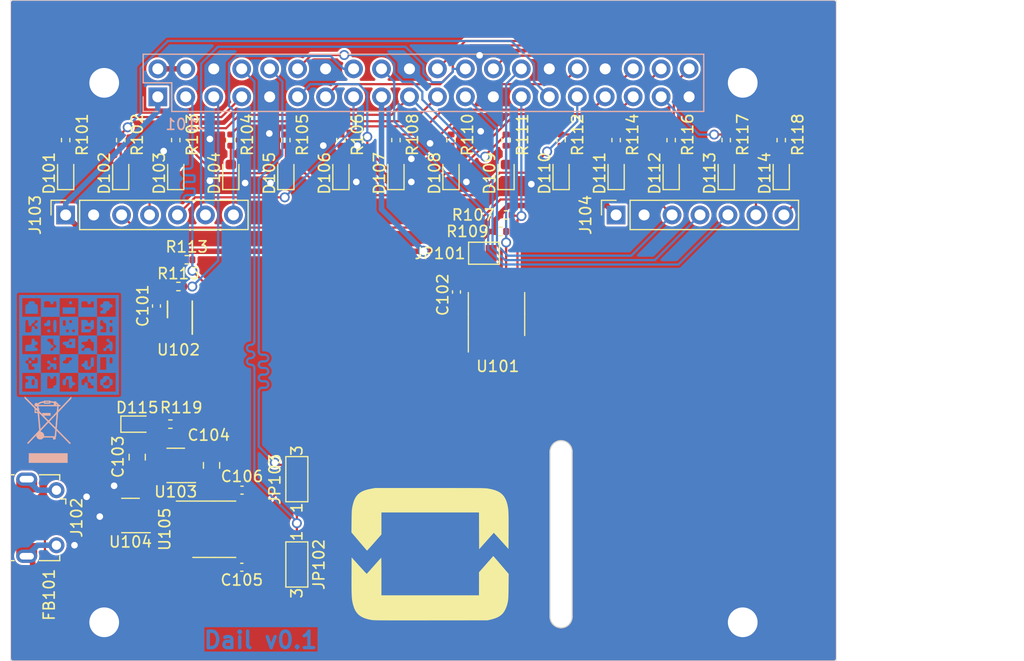
<source format=kicad_pcb>
(kicad_pcb (version 20221018) (generator pcbnew)
  (title_block (date "15 nov 2012"))
  (layers (0 "F.Cu" signal) (31 "B.Cu" signal) (34 "B.Paste" user) (35 "F.Paste" user) (36 "B.SilkS" user "B.Silkscreen") (37 "F.SilkS" user "F.Silkscreen") (38 "B.Mask" user) (39 "F.Mask" user) (44 "Edge.Cuts" user))
  (net 0 "")
  (net 1 "GND")
  (net 2 "/GPIO2{slash}SDA1")
  (net 3 "/GPIO3{slash}SCL1")
  (net 4 "/GPIO4{slash}GPCLK0")
  (net 5 "/GPIO14{slash}TXD0")
  (net 6 "/GPIO15{slash}RXD0")
  (net 7 "/GPIO17")
  (net 8 "/GPIO18{slash}PCM.CLK")
  (net 9 "/GPIO27")
  (net 10 "/GPIO22")
  (net 11 "/GPIO23")
  (net 12 "/GPIO24")
  (net 13 "/GPIO10{slash}SPI0.MOSI")
  (net 14 "/GPIO9{slash}SPI0.MISO")
  (net 15 "/GPIO25")
  (net 16 "/GPIO11{slash}SPI0.SCLK")
  (net 17 "/GPIO8{slash}SPI0.CE0")
  (net 18 "/GPIO7{slash}SPI0.CE1")
  (net 19 "/ID_SDA")
  (net 20 "/ID_SCL")
  (net 21 "/GPIO5")
  (net 22 "/GPIO6")
  (net 23 "/GPIO12{slash}PWM0")
  (net 24 "/GPIO13{slash}PWM1")
  (net 25 "/GPIO19{slash}PCM.FS")
  (net 26 "/GPIO16")
  (net 27 "/GPIO26")
  (net 28 "/GPIO20{slash}PCM.DIN")
  (net 29 "/GPIO21{slash}PCM.DOUT")
  (net 30 "+5V")
  (net 31 "+3.3V")
  (net 32 "Net-(U105-V3)")
  (net 33 "Net-(D101-A)")
  (net 34 "Net-(D102-A)")
  (net 35 "Net-(D103-A)")
  (net 36 "Net-(D104-A)")
  (net 37 "Net-(D105-A)")
  (net 38 "Net-(D106-A)")
  (net 39 "Net-(D107-A)")
  (net 40 "Net-(D108-A)")
  (net 41 "Net-(D109-A)")
  (net 42 "Net-(D110-A)")
  (net 43 "Net-(D111-A)")
  (net 44 "Net-(D112-A)")
  (net 45 "Net-(D113-A)")
  (net 46 "Net-(D114-A)")
  (net 47 "Net-(D115-A)")
  (net 48 "Net-(J102-Shield)")
  (net 50 "Net-(JP101-A)")
  (net 51 "Net-(JP102-C)")
  (net 52 "Net-(JP103-C)")
  (net 58 "/D-")
  (net 59 "/D+")
  (net 60 "/UD-")
  (net 61 "/UD+")
  (net 62 "/VBUS")
  (net 63 "/VO")
  (footprint "Package_TO_SOT_SMD:SOT-23-3" (layer "F.Cu") (at 110 82.25 180)
    (fp_text reference "U103")
    (fp_text value "XC6206P332MR")
  )
  (footprint "Inductor_SMD:L_0402_1005Metric" (layer "F.Cu") (at 97 92.515 -90)
    (fp_text reference "FB101")
    (fp_text value "FerriteBead_Small")
  )
  (footprint "Jumper:SolderJumper-3_P1.3mm_Open_Pad1.0x1.5mm_NumberLabels" (layer "F.Cu") (at 121 83.5 90)
    (fp_text reference "JP103")
    (fp_text value "RxD")
  )
  (footprint "linutronix:linutronix" (layer "F.Cu") (at 133.1 90.3)
    (fp_text reference "Linutronix" hide)
    (fp_text value "LOGO" hide)
  )
  (footprint "MountingHole:MountingHole_2.7mm_M2.5" (layer "F.Cu") (at 161.5 47.5)
    (fp_text reference "MH2" hide)
    (fp_text value "MountingHole_2.7mm_M2.5" hide)
  )
  (footprint "LED_SMD:LED_0603_1608Metric" (layer "F.Cu") (at 120 55.7125 90)
    (fp_text reference "D105")
    (fp_text value "LED")
  )
  (footprint "LED_SMD:LED_0603_1608Metric" (layer "F.Cu") (at 160 55.7125 90)
    (fp_text reference "D113")
    (fp_text value "LED")
  )
  (footprint "Capacitor_SMD:C_0402_1005Metric" (layer "F.Cu") (at 108.25 67.77 -90)
    (fp_text reference "C101")
    (fp_text value "100n")
  )
  (footprint "Resistor_SMD:R_0402_1005Metric" (layer "F.Cu") (at 139.5 61)
    (fp_text reference "R109")
    (fp_text value "3.9k")
  )
  (footprint "Resistor_SMD:R_0402_1005Metric" (layer "F.Cu") (at 150 52.7025 -90)
    (fp_text reference "R114")
    (fp_text value "1k")
  )
  (footprint "LED_SMD:LED_0603_1608Metric" (layer "F.Cu") (at 100 55.7125 90)
    (fp_text reference "D101")
    (fp_text value "LED")
  )
  (footprint "Capacitor_SMD:C_0805_2012Metric" (layer "F.Cu") (at 113.25 82.25 90)
    (fp_text reference "C104")
    (fp_text value "1µ")
  )
  (footprint "Resistor_SMD:R_0402_1005Metric" (layer "F.Cu") (at 145 52.7025 -90)
    (fp_text reference "R112")
    (fp_text value "1k")
  )
  (footprint "Resistor_SMD:R_0402_1005Metric" (layer "F.Cu") (at 160 52.7025 -90)
    (fp_text reference "R117")
    (fp_text value "1k")
  )
  (footprint "Capacitor_SMD:C_0402_1005Metric" (layer "F.Cu") (at 116.02 84.5 180)
    (fp_text reference "C106")
    (fp_text value "100n")
  )
  (footprint "LED_SMD:LED_0603_1608Metric" (layer "F.Cu") (at 135 55.7125 90)
    (fp_text reference "D108")
    (fp_text value "LED")
  )
  (footprint "Resistor_SMD:R_0402_1005Metric" (layer "F.Cu") (at 155 52.7025 -90)
    (fp_text reference "R116")
    (fp_text value "1k")
  )
  (footprint "Capacitor_SMD:C_0805_2012Metric" (layer "F.Cu") (at 106.5 81.5 90)
    (fp_text reference "C103")
    (fp_text value "1µ")
  )
  (footprint "Resistor_SMD:R_0402_1005Metric" (layer "F.Cu") (at 105 52.7025 -90)
    (fp_text reference "R102")
    (fp_text value "1k")
  )
  (footprint "Jumper:SolderJumper-2_P1.3mm_Open_Pad1.0x1.5mm" (layer "F.Cu") (at 138 62.975 180)
    (fp_text reference "JP101")
    (fp_text value "ID_WP")
  )
  (footprint "Capacitor_SMD:C_0402_1005Metric" (layer "F.Cu") (at 135.5 66.5 -90)
    (fp_text reference "C102")
    (fp_text value "100n")
  )
  (footprint "LED_SMD:LED_0603_1608Metric" (layer "F.Cu") (at 125 55.7125 90)
    (fp_text reference "D106")
    (fp_text value "LED")
  )
  (footprint "Resistor_SMD:R_0402_1005Metric" (layer "F.Cu") (at 111 63.57)
    (fp_text reference "R113")
    (fp_text value "3.9k")
  )
  (footprint "Resistor_SMD:R_0402_1005Metric" (layer "F.Cu") (at 115 52.7025 -90)
    (fp_text reference "R104")
    (fp_text value "1k")
  )
  (footprint "Capacitor_SMD:C_0402_1005Metric" (layer "F.Cu") (at 116 91.5 180)
    (fp_text reference "C105")
    (fp_text value "100n")
  )
  (footprint "LED_SMD:LED_0603_1608Metric" (layer "F.Cu") (at 130 55.7125 90)
    (fp_text reference "D107")
    (fp_text value "LED")
  )
  (footprint "Symbol:OSHW-Logo2_7.3x6mm_Copper" (layer "F.Cu") (at 149.5 96.7)
    (fp_text reference "OSHW" hide)
    (fp_text value "OSHW-Logo2_7.3x6mm_Copper" hide)
  )
  (footprint "Connector_PinSocket_2.54mm:PinSocket_1x07_P2.54mm_Vertical" (layer "F.Cu") (at 150 59.5 90)
    (fp_text reference "J104")
    (fp_text value "Disp2")
  )
  (footprint "Resistor_SMD:R_0402_1005Metric" (layer "F.Cu") (at 110.24 66)
    (fp_text reference "R115")
    (fp_text value "3.9k")
  )
  (footprint "LED_SMD:LED_0603_1608Metric" (layer "F.Cu") (at 165 55.7125 90)
    (fp_text reference "D114")
    (fp_text value "LED")
  )
  (footprint "Resistor_SMD:R_0402_1005Metric" (layer "F.Cu") (at 109.51 78.5 180)
    (fp_text reference "R119")
    (fp_text value "1k")
  )
  (footprint "Resistor_SMD:R_0402_1005Metric" (layer "F.Cu") (at 140 59.5)
    (fp_text reference "R107")
    (fp_text value "3.9k")
  )
  (footprint "LED_SMD:LED_0603_1608Metric" (layer "F.Cu") (at 110 55.7125 90)
    (fp_text reference "D103")
    (fp_text value "LED")
  )
  (footprint "LED_SMD:LED_0603_1608Metric" (layer "F.Cu") (at 150 55.7125 90)
    (fp_text reference "D111")
    (fp_text value "LED")
  )
  (footprint "Resistor_SMD:R_0402_1005Metric" (layer "F.Cu") (at 165 52.7025 -90)
    (fp_text reference "R118")
    (fp_text value "1k")
  )
  (footprint "LED_SMD:LED_0603_1608Metric" (layer "F.Cu") (at 140 55.7125 90)
    (fp_text reference "D109")
    (fp_text value "LED")
  )
  (footprint "Jumper:SolderJumper-3_P1.3mm_Open_Pad1.0x1.5mm_NumberLabels" (layer "F.Cu") (at 121 91.25 -90)
    (fp_text reference "JP102")
    (fp_text value "TxD")
  )
  (footprint "MountingHole:MountingHole_2.7mm_M2.5" (layer "F.Cu") (at 103.5 96.5)
    (fp_text reference "MH3" hide)
    (fp_text value "MountingHole_2.7mm_M2.5" hide)
  )
  (footprint "Resistor_SMD:R_0402_1005Metric" (layer "F.Cu") (at 135 52.7025 -90)
    (fp_text reference "R110")
    (fp_text value "1k")
  )
  (footprint "Package_DFN_QFN:DFN-8-1EP_3x2mm_P0.5mm_EP1.3x1.5mm" (layer "F.Cu") (at 110.375 68.825 90)
    (fp_text reference "U102")
    (fp_text value "ATECC608A-MAHDA")
  )
  (footprint "MountingHole:MountingHole_2.7mm_M2.5" (layer "F.Cu") (at 103.5 47.5)
    (fp_text reference "MH1" hide)
    (fp_text value "MountingHole_2.7mm_M2.5" hide)
  )
  (footprint "LED_SMD:LED_0603_1608Metric" (layer "F.Cu") (at 105 55.7125 90)
    (fp_text reference "D102")
    (fp_text value "LED")
  )
  (footprint "Connector_PinSocket_2.54mm:PinSocket_1x07_P2.54mm_Vertical" (layer "F.Cu") (at 100 59.5 90)
    (fp_text reference "J103")
    (fp_text value "Disp1")
  )
  (footprint "LED_SMD:LED_0603_1608Metric" (layer "F.Cu") (at 155 55.7125 90)
    (fp_text reference "D112")
    (fp_text value "LED")
  )
  (footprint "Package_SO:SOIC-8_3.9x4.9mm_P1.27mm" (layer "F.Cu") (at 113.5 88.05)
    (fp_text reference "U105")
    (fp_text value "CH330N")
  )
  (footprint "Resistor_SMD:R_0402_1005Metric" (layer "F.Cu") (at 130 52.7025 -90)
    (fp_text reference "R108")
    (fp_text value "1k")
  )
  (footprint "Package_TO_SOT_SMD:SOT-23-6" (layer "F.Cu") (at 105.8875 86.8 180)
    (fp_text reference "U104")
    (fp_text value "USBLC6-2SC6")
  )
  (footprint "Package_SO:SOIC-8_3.9x4.9mm_P1.27mm" (layer "F.Cu") (at 139.135 68.5 90)
    (fp_text reference "U101")
    (fp_text value "AT24C256C-SSHL")
  )
  (footprint "MountingHole:MountingHole_2.7mm_M2.5" (layer "F.Cu") (at 161.5 96.5)
    (fp_text reference "MH4" hide)
    (fp_text value "MountingHole_2.7mm_M2.5" hide)
  )
  (footprint "LED_SMD:LED_0603_1608Metric" (layer "F.Cu") (at 106.5 78.5)
    (fp_text reference "D115")
    (fp_text value "LED")
  )
  (footprint "Resistor_SMD:R_0402_1005Metric" (layer "F.Cu") (at 110 52.7025 -90)
    (fp_text reference "R103")
    (fp_text value "1k")
  )
  (footprint "Connector_USB:USB_Micro-B_Molex-105017-0001" (layer "F.Cu") (at 97.7 87 -90)
    (fp_text reference "J102")
    (fp_text value "serial")
  )
  (footprint "Resistor_SMD:R_0402_1005Metric" (layer "F.Cu") (at 140 52.7025 -90)
    (fp_text reference "R111")
    (fp_text value "1k")
  )
  (footprint "Resistor_SMD:R_0402_1005Metric" (layer "F.Cu") (at 120 52.7025 -90)
    (fp_text reference "R105")
    (fp_text value "1k")
  )
  (footprint "LED_SMD:LED_0603_1608Metric" (layer "F.Cu") (at 145 55.7125 90)
    (fp_text reference "D110")
    (fp_text value "LED")
  )
  (footprint "Resistor_SMD:R_0402_1005Metric" (layer "F.Cu") (at 125 52.7025 -90)
    (fp_text reference "R106")
    (fp_text value "1k")
  )
  (footprint "LED_SMD:LED_0603_1608Metric" (layer "F.Cu") (at 115 55.7125 90)
    (fp_text reference "D104")
    (fp_text value "LED")
  )
  (footprint "Resistor_SMD:R_0402_1005Metric" (layer "F.Cu") (at 100 52.7025 -90)
    (fp_text reference "R101")
    (fp_text value "1k")
  )
  (footprint "Connector_PinSocket_2.54mm:PinSocket_2x20_P2.54mm_Vertical" (layer "B.Cu") (at 108.37 48.77 -90)
    (fp_text reference "J101")
    (fp_text value "GPIO")
  )
  (footprint "Symbol:WEEE-Logo_4.2x6mm_SilkScreen" (layer "B.Cu") (at 98.4 79 180)
    (fp_text reference "WEEE" hide)
    (fp_text value "WEEE-Logo_4.2x6mm_SilkScreen" hide)
  )
  (footprint "eurovibes:LOGO" (layer "B.Cu") (at 100.3 71.3 180)
    (fp_text reference "Eurovibes" hide)
    (fp_text value "LOGO" hide)
  )
  (gr_line (start 95 40) (end 170 40) (stroke (width 0.05)) (layer "Edge.Cuts"))
  (gr_line (start 146 81) (end 146 96) (stroke (width 0.1)) (layer "Edge.Cuts"))
  (gr_line (start 144 96) (end 144 81) (stroke (width 0.1)) (layer "Edge.Cuts"))
  (gr_line (start 95 100) (end 95 40) (stroke (width 0.05)) (layer "Edge.Cuts"))
  (gr_arc (start 144 81) (mid 145 80) (end 146 81) (stroke (width 0.1)) (layer "Edge.Cuts"))
  (gr_arc (start 146 96) (mid 145 97) (end 144 96) (stroke (width 0.1)) (layer "Edge.Cuts"))
  (gr_line (start 170 40) (end 170 100) (stroke (width 0.05)) (layer "Edge.Cuts"))
  (gr_line (start 170 100) (end 95 100) (stroke (width 0.05)) (layer "Edge.Cuts"))
  (gr_text "Linutronix GmbH" (at 123.9 99) (layer "F.Cu") (effects (font (size 1.5 1.5) (thickness 0.3) bold) (justify left bottom)))
  (gr_text "Dail v0.1" (at 112.4 99) (layer "B.Cu") (effects (font (size 1.5 1.5) (thickness 0.3) bold) (justify left bottom)))
  (via (at 123.4 53.2) (size 0.9) (drill 0.6) (layers "F.Cu" "B.Cu") (net 1))
  (via (at 131.4 56.5) (size 0.9) (drill 0.6) (layers "F.Cu" "B.Cu") (net 1))
  (via (at 142.3 56.7) (size 0.9) (drill 0.6) (layers "F.Cu" "B.Cu") (net 1))
  (via (at 126.5 53.2) (size 0.9) (drill 0.6) (layers "F.Cu" "B.Cu") (net 1))
  (via (at 104.4 84.1) (size 0.9) (drill 0.6) (layers "F.Cu" "B.Cu") (net 1))
  (via (at 126.4 56.5) (size 0.9) (drill 0.6) (layers "F.Cu" "B.Cu") (net 1))
  (via (at 118.6 56.6) (size 0.9) (drill 0.6) (layers "F.Cu" "B.Cu") (net 1))
  (via (at 137.6 45) (size 0.9) (drill 0.6) (layers "F.Cu" "B.Cu") (net 1))
  (via (at 113.1 56.4) (size 0.9) (drill 0.6) (layers "F.Cu" "B.Cu") (net 1))
  (via (at 100.8 89.5) (size 0.9) (drill 0.6) (layers "F.Cu" "B.Cu") (net 1))
  (via (at 103.1 86.9) (size 0.9) (drill 0.6) (layers "F.Cu" "B.Cu") (net 1))
  (via (at 101.9 85.1) (size 0.9) (drill 0.6) (layers "F.Cu" "B.Cu") (net 1))
  (via (at 118.5 52.1) (size 0.9) (drill 0.6) (layers "F.Cu" "B.Cu") (net 1))
  (via (at 131.4 54.4) (size 0.9) (drill 0.6) (layers "F.Cu" "B.Cu") (net 1))
  (via (at 137.7 51.9) (size 0.9) (drill 0.6) (layers "F.Cu" "B.Cu") (net 1))
  (via (at 116.3 56.6) (size 0.9) (drill 0.6) (layers "F.Cu" "B.Cu") (net 1))
  (via (at 133.1 53) (size 0.9) (drill 0.6) (layers "F.Cu" "B.Cu") (net 1))
  (via (at 108.9 53.7) (size 0.9) (drill 0.6) (layers "F.Cu" "B.Cu") (net 1))
  (via (at 113.1 52.6) (size 0.9) (drill 0.6) (layers "F.Cu" "B.Cu") (net 1))
  (via (at 136.4 56.5) (size 0.9) (drill 0.6) (layers "F.Cu" "B.Cu") (net 1))
  (segment (start 111.625 67.375) (end 112.5 66.5) (width 0.2) (layer "F.Cu") (net 2))
  (segment (start 111.51 64.5747) (end 111.51 63.57) (width 0.2) (layer "F.Cu") (net 2))
  (segment (start 112.5 65.5647) (end 111.51 64.5747) (width 0.2) (layer "F.Cu") (net 2))
  (segment (start 112.5 66.5) (end 112.5 65.5647) (width 0.2) (layer "F.Cu") (net 2))
  (segment (start 111.125 67.375) (end 111.625 67.375) (width 0.2) (layer "F.Cu") (net 2))
  (via (at 111.51 64.5747) (size 0.9) (drill 0.6) (layers "F.Cu" "B.Cu") (net 2))
  (segment (start 111.020048 58.3) (end 111.21 58.3) (width 0.2) (layer "B.Cu") (net 2))
  (segment (start 111.71 56) (end 111.71 56.4) (width 0.2) (layer "B.Cu") (net 2))
  (segment (start 111.51 57.1) (end 111.61 57.1) (width 0.2) (layer "B.Cu") (net 2))
  (segment (start 111.51 57.7) (end 111.020048 57.7) (width 0.2) (layer "B.Cu") (net 2))
  (segment (start 110.973942 57.1) (end 111.51 57.1) (width 0.2) (layer "B.Cu") (net 2))
  (segment (start 111.21 55.3) (end 110.962393 55.3) (width 0.2) (layer "B.Cu") (net 2))
  (segment (start 111.51 56.5) (end 110.973942 56.5) (width 0.2) (layer "B.Cu") (net 2))
  (segment (start 111.61 57.7) (end 111.51 57.7) (width 0.2) (layer "B.Cu") (net 2))
  (segment (start 111.61 56.5) (end 111.51 56.5) (width 0.2) (layer "B.Cu") (net 2))
  (segment (start 111.71 57.2) (end 111.71 57.6) (width 0.2) (layer "B.Cu") (net 2))
  (segment (start 110.962393 55.9) (end 111.61 55.9) (width 0.2) (layer "B.Cu") (net 2))
  (segment (start 111.51 49.37) (end 111.51 55) (width 0.2) (layer "B.Cu") (net 2))
  (segment (start 110.91 48.77) (end 111.51 49.37) (width 0.2) (layer "B.Cu") (net 2))
  (segment (start 111.51 58.6) (end 111.51 64.5747) (width 0.2) (layer "B.Cu") (net 2))
  (arc (start 111.61 55.9) (mid 111.680711 55.929289) (end 111.71 56) (width 0.2) (layer "B.Cu") (net 2))
  (arc (start 111.21 58.3) (mid 111.422132 58.387868) (end 111.51 58.6) (width 0.2) (layer "B.Cu") (net 2))
  (arc (start 110.673942 56.8) (mid 110.76181 57.012132) (end 110.973942 57.1) (width 0.2) (layer "B.Cu") (net 2))
  (arc (start 110.962393 55.3) (mid 110.750261 55.387868) (end 110.662393 55.6) (width 0.2) (layer "B.Cu") (net 2))
  (arc (start 111.020048 57.7) (mid 110.807916 57.787868) (end 110.720048 58) (width 0.2) (layer "B.Cu") (net 2))
  (arc (start 111.61 57.1) (mid 111.680711 57.129289) (end 111.71 57.2) (width 0.2) (layer "B.Cu") (net 2))
  (arc (start 110.973942 56.5) (mid 110.76181 56.587868) (end 110.673942 56.8) (width 0.2) (layer "B.Cu") (net 2))
  (arc (start 111.51 55) (mid 111.422132 55.212132) (end 111.21 55.3) (width 0.2) (layer "B.Cu") (net 2))
  (arc (start 111.71 56.4) (mid 111.680711 56.470711) (end 111.61 56.5) (width 0.2) (layer "B.Cu") (net 2))
  (arc (start 110.662393 55.6) (mid 110.750261 55.812132) (end 110.962393 55.9) (width 0.2) (layer "B.Cu") (net 2))
  (arc (start 111.71 57.6) (mid 111.680711 57.670711) (end 111.61 57.7) (width 0.2) (layer "B.Cu") (net 2))
  (arc (start 110.720048 58) (mid 110.807916 58.212132) (end 111.020048 58.3) (width 0.2) (layer "B.Cu") (net 2))
  (segment (start 111.5 66) (end 110.75 66) (width 0.2) (layer "F.Cu") (net 3))
  (segment (start 110.625 66.125) (end 110.75 66) (width 0.2) (layer "F.Cu") (net 3))
  (segment (start 110.625 67.375) (end 110.625 66.125) (width 0.2) (layer "F.Cu") (net 3))
  (via (at 111.5 66) (size 0.9) (drill 0.6) (layers "F.Cu" "B.Cu") (net 3))
  (segment (start 113.85 63.65) (end 111.5 66) (width 0.2) (layer "B.Cu") (net 3))
  (segment (start 113.85 49.17) (end 113.85 63.65) (width 0.2) (layer "B.Cu") (net 3))
  (segment (start 113.45 48.77) (end 113.85 49.17) (width 0.2) (layer "B.Cu") (net 3))
  (segment (start 114.1517 50.6083) (end 101.5842 50.6083) (width 0.2) (layer "F.Cu") (net 4))
  (segment (start 101.5842 50.6083) (end 100 52.1925) (width 0.2) (layer "F.Cu") (net 4))
  (segment (start 115.99 48.77) (end 114.1517 50.6083) (width 0.2) (layer "F.Cu") (net 4))
  (segment (start 121 84.9232) (end 121 84.8) (width 0.2) (layer "F.Cu") (net 5))
  (segment (start 121 89.95) (end 121 87.5) (width 0.2) (layer "F.Cu") (net 5))
  (segment (start 121 87.5) (end 121 84.9232) (width 0.2) (layer "F.Cu") (net 5))
  (via (at 121 87.5) (size 0.9) (drill 0.6) (layers "F.Cu" "B.Cu") (net 5))
  (segment (start 116.84 71.3) (end 116.768761 71.3) (width 0.2) (layer "B.Cu") (net 5))
  (segment (start 121 87.36) (end 121 87.5) (width 0.2) (layer "B.Cu") (net 5))
  (segment (start 116.768761 71.9) (end 116.84 71.9) (width 0.2) (layer "B.Cu") (net 5))
  (segment (start 116.84 72.5) (end 116.768786 72.5) (width 0.2) (layer "B.Cu") (net 5))
  (segment (start 115.99 46.23) (end 117.14 47.38) (width 0.2) (layer "B.Cu") (net 5))
  (segment (start 117.14 73.4) (end 117.14 83.5) (width 0.2) (layer "B.Cu") (net 5))
  (segment (start 117.14 83.5) (end 121 87.36) (width 0.2) (layer "B.Cu") (net 5))
  (segment (start 117.14 47.38) (end 117.14 71) (width 0.2) (layer "B.Cu") (net 5))
  (segment (start 116.768786 73.1) (end 116.84 73.1) (width 0.2) (layer "B.Cu") (net 5))
  (arc (start 116.468761 71.6) (mid 116.556629 71.812132) (end 116.768761 71.9) (width 0.2) (layer "B.Cu") (net 5))
  (arc (start 116.468786 72.8) (mid 116.556654 73.012132) (end 116.768786 73.1) (width 0.2) (layer "B.Cu") (net 5))
  (arc (start 117.14 72.2) (mid 117.052132 72.412132) (end 116.84 72.5) (width 0.2) (layer "B.Cu") (net 5))
  (arc (start 116.768786 72.5) (mid 116.556654 72.587868) (end 116.468786 72.8) (width 0.2) (layer "B.Cu") (net 5))
  (arc (start 117.14 71) (mid 117.052132 71.212132) (end 116.84 71.3) (width 0.2) (layer "B.Cu") (net 5))
  (arc (start 116.84 71.9) (mid 117.052132 71.987868) (end 117.14 72.2) (width 0.2) (layer "B.Cu") (net 5))
  (arc (start 116.768761 71.3) (mid 116.556629 71.387868) (end 116.468761 71.6) (width 0.2) (layer "B.Cu") (net 5))
  (arc (start 116.84 73.1) (mid 117.052132 73.187868) (end 117.14 73.4) (width 0.2) (layer "B.Cu") (net 5))
  (segment (start 119.2 82.2) (end 121 82.2) (width 0.2) (layer "F.Cu") (net 6))
  (segment (start 121 82.2) (end 121.55 82.2) (width 0.2) (layer "F.Cu") (net 6))
  (segment (start 122.05 82.7) (end 122.05 92) (width 0.2) (layer "F.Cu") (net 6))
  (segment (start 119 82) (end 119.2 82.2) (width 0.2) (layer "F.Cu") (net 6))
  (segment (start 121.5 92.55) (end 121 92.55) (width 0.2) (layer "F.Cu") (net 6))
  (segment (start 121.55 82.2) (end 122.05 82.7) (width 0.2) (layer "F.Cu") (net 6))
  (segment (start 122.05 92) (end 121.5 92.55) (width 0.2) (layer "F.Cu") (net 6))
  (via (at 119 82) (size 0.9) (drill 0.6) (layers "F.Cu" "B.Cu") (net 6))
  (segment (start 117.84 75.2) (end 118.103305 75.2) (width 0.2) (layer "B.Cu") (net 6))
  (segment (start 117.54 71.9) (end 117.54 56.234539) (width 0.2) (layer "B.Cu") (net 6))
  (segment (start 117.54 80.54) (end 117.54 75.5) (width 0.2) (layer "B.Cu") (net 6))
  (segment (start 117.84 74) (end 118.103305 74) (width 0.2) (layer "B.Cu") (net 6))
  (segment (start 117.84 72.8) (end 118.103281 72.8) (width 0.2) (layer "B.Cu") (net 6))
  (segment (start 119 82) (end 117.54 80.54) (width 0.2) (layer "B.Cu") (net 6))
  (segment (start 119.68 54.094539) (end 119.68 47.38) (width 0.2) (layer "B.Cu") (net 6))
  (segment (start 118.103305 73.4) (end 117.84 73.4) (width 0.2) (layer "B.Cu") (net 6))
  (segment (start 118.103281 72.2) (end 117.84 72.2) (width 0.2) (layer "B.Cu") (net 6))
  (segment (start 117.54 56.234539) (end 119.68 54.094539) (width 0.2) (layer "B.Cu") (net 6))
  (segment (start 119.68 47.38) (end 118.53 46.23) (width 0.2) (layer "B.Cu") (net 6))
  (segment (start 118.103305 74.6) (end 117.84 74.6) (width 0.2) (layer "B.Cu") (net 6))
  (arc (start 117.84 73.4) (mid 117.627868 73.312132) (end 117.54 73.1) (width 0.2) (layer "B.Cu") (net 6))
  (arc (start 118.103281 72.8) (mid 118.315413 72.712132) (end 118.403281 72.5) (width 0.2) (layer "B.Cu") (net 6))
  (arc (start 118.103305 75.2) (mid 118.315437 75.112132) (end 118.403305 74.9) (width 0.2) (layer "B.Cu") (net 6))
  (arc (start 118.403305 73.7) (mid 118.315437 73.487868) (end 118.103305 73.4) (width 0.2) (layer "B.Cu") (net 6))
  (arc (start 118.403305 74.9) (mid 118.315437 74.687868) (end 118.103305 74.6) (width 0.2) (layer "B.Cu") (net 6))
  (arc (start 118.103305 74) (mid 118.315437 73.912132) (end 118.403305 73.7) (width 0.2) (layer "B.Cu") (net 6))
  (arc (start 117.54 73.1) (mid 117.627868 72.887868) (end 117.84 72.8) (width 0.2) (layer "B.Cu") (net 6))
  (arc (start 117.54 75.5) (mid 117.627868 75.287868) (end 117.84 75.2) (width 0.2) (layer "B.Cu") (net 6))
  (arc (start 117.84 74.6) (mid 117.627868 74.512132) (end 117.54 74.3) (width 0.2) (layer "B.Cu") (net 6))
  (arc (start 117.54 74.3) (mid 117.627868 74.087868) (end 117.84 74) (width 0.2) (layer "B.Cu") (net 6))
  (arc (start 117.84 72.2) (mid 117.627868 72.112132) (end 117.54 71.9) (width 0.2) (layer "B.Cu") (net 6))
  (arc (start 118.403281 72.5) (mid 118.315413 72.287868) (end 118.103281 72.2) (width 0.2) (layer "B.Cu") (net 6))
  (segment (start 127.4 53.533623) (end 129.576777 55.7104) (width 0.2) (layer "F.Cu") (net 7))
  (segment (start 127.4 52.4) (end 127.4 53.533623) (width 0.2) (layer "F.Cu") (net 7))
  (segment (start 131.4821 55.7104) (end 135 52.1925) (width 0.2) (layer "F.Cu") (net 7))
  (segment (start 129.576777 55.7104) (end 131.4821 55.7104) (width 0.2) (layer "F.Cu") (net 7))
  (via (at 127.4 52.4) (size 0.9) (drill 0.6) (layers "F.Cu" "B.Cu") (net 7))
  (segment (start 127.4 52.4) (end 127.4 48.393654) (width 0.2) (layer "B.Cu") (net 7))
  (segment (start 122.22 47.62) (end 121.07 48.77) (width 0.2) (layer "B.Cu") (net 7))
  (segment (start 126.626346 47.62) (end 122.22 47.62) (width 0.2) (layer "B.Cu") (net 7))
  (segment (start 127.4 48.393654) (end 126.626346 47.62) (width 0.2) (layer "B.Cu") (net 7))
  (segment (start 125.3 44.9734) (end 122.3266 44.9734) (width 0.2) (layer "F.Cu") (net 8))
  (segment (start 140 52.1925) (end 138.1 54.0925) (width 0.2) (layer "F.Cu") (net 8))
  (segment (start 122.3266 44.9734) (end 121.07 46.23) (width 0.2) (layer "F.Cu") (net 8))
  (segment (start 138.1 54.0925) (end 138.1 54.2) (width 0.2) (layer "F.Cu") (net 8))
  (via (at 138.1 54.2) (size 0.9) (drill 0.6) (layers "F.Cu" "B.Cu") (net 8))
  (via (at 125.3 44.9734) (size 0.9) (drill 0.6) (layers "F.Cu" "B.Cu") (net 8))
  (segment (start 129.059746 44.9734) (end 125.3 44.9734) (width 0.2) (layer "B.Cu") (net 8))
  (segment (start 138.1 54.2) (end 137.573654 54.2) (width 0.2) (layer "B.Cu") (net 8))
  (segment (start 129.84 46.64) (end 129.84 45.753654) (width 0.2) (layer "B.Cu") (net 8))
  (segment (start 129.84 45.753654) (end 129.059746 44.9734) (width 0.2) (layer "B.Cu") (net 8))
  (segment (start 132.4 48.313654) (end 131.486346 47.4) (width 0.2) (layer "B.Cu") (net 8))
  (segment (start 130.6 47.4) (end 129.84 46.64) (width 0.2) (layer "B.Cu") (net 8))
  (segment (start 132.4 49.026346) (end 132.4 48.313654) (width 0.2) (layer "B.Cu") (net 8))
  (segment (start 131.486346 47.4) (end 130.6 47.4) (width 0.2) (layer "B.Cu") (net 8))
  (segment (start 137.573654 54.2) (end 132.4 49.026346) (width 0.2) (layer "B.Cu") (net 8))
  (segment (start 135.16 46.479) (end 134.019 47.62) (width 0.2) (layer "F.Cu") (net 9))
  (segment (start 124.76 47.62) (end 123.61 48.77) (width 0.2) (layer "F.Cu") (net 9))
  (segment (start 135.16 45.6977) (end 135.16 46.479) (width 0.2) (layer "F.Cu") (net 9))
  (segment (start 134.019 47.62) (end 124.76 47.62) (width 0.2) (layer "F.Cu") (net 9))
  (segment (start 163.534314 44.1) (end 136.7577 44.1) (width 0.2) (layer "F.Cu") (net 9))
  (segment (start 165 52.1925) (end 165 45.565686) (width 0.2) (layer "F.Cu") (net 9))
  (segment (start 165 45.565686) (end 163.534314 44.1) (width 0.2) (layer "F.Cu") (net 9))
  (segment (start 136.7577 44.1) (end 135.16 45.6977) (width 0.2) (layer "F.Cu") (net 9))
  (segment (start 111.76 57.9) (end 110.16 59.5) (width 0.2) (layer "F.Cu") (net 10))
  (segment (start 119.9 57.9) (end 111.76 57.9) (width 0.2) (layer "F.Cu") (net 10))
  (via (at 119.9 57.9) (size 0.9) (drill 0.6) (layers "F.Cu" "B.Cu") (net 10))
  (segment (start 126.15 48.77) (end 126.15 51.65) (width 0.2) (layer "B.Cu") (net 10))
  (segment (start 126.15 51.65) (end 119.9 57.9) (width 0.2) (layer "B.Cu") (net 10))
  (segment (start 115.24 50.005) (end 114.835 49.6) (width 0.2) (layer "B.Cu") (net 11))
  (segment (start 114.835 45.749) (end 114.835 49.6) (width 0.2) (layer "B.Cu") (net 11))
  (segment (start 115.52 45.0637) (end 114.835 45.749) (width 0.2) (layer "B.Cu") (net 11))
  (segment (start 125.236346 46.23) (end 124.070046 45.0637) (width 0.2) (layer "B.Cu") (net 11))
  (segment (start 115.24 59.5) (end 115.24 50.005) (width 0.2) (layer "B.Cu") (net 11))
  (segment (start 124.070046 45.0637) (end 115.52 45.0637) (width 0.2) (layer "B.Cu") (net 11))
  (segment (start 126.15 46.23) (end 125.236346 46.23) (width 0.2) (layer "B.Cu") (net 11))
  (segment (start 128.69 46.23) (end 129.84 47.38) (width 0.2) (layer "B.Cu") (net 12))
  (segment (start 129.84 51.000661) (end 138.374669 59.53533) (width 0.2) (layer "B.Cu") (net 12))
  (segment (start 138.374669 62.630355) (end 139.744314 64) (width 0.2) (layer "B.Cu") (net 12))
  (segment (start 138.374669 59.53533) (end 138.374669 62.630355) (width 0.2) (layer "B.Cu") (net 12))
  (segment (start 139.744314 64) (end 155.66 64) (width 0.2) (layer "B.Cu") (net 12))
  (segment (start 129.84 47.38) (end 129.84 51.000661) (width 0.2) (layer "B.Cu") (net 12))
  (segment (start 155.66 64) (end 160.16 59.5) (width 0.2) (layer "B.Cu") (net 12))
  (segment (start 109.5913 51.6201) (end 107.62 53.5914) (width 0.2) (layer "F.Cu") (net 13))
  (segment (start 115.7898 50.4031) (end 114.5728 51.6201) (width 0.2) (layer "F.Cu") (net 13))
  (segment (start 129.5969 50.4031) (end 115.7898 50.4031) (width 0.2) (layer "F.Cu") (net 13))
  (segment (start 114.5728 51.6201) (end 109.5913 51.6201) (width 0.2) (layer "F.Cu") (net 13))
  (segment (start 131.23 48.77) (end 129.5969 50.4031) (width 0.2) (layer "F.Cu") (net 13))
  (segment (start 107.62 53.5914) (end 107.62 59.5) (width 0.2) (layer "F.Cu") (net 13))
  (segment (start 131.23 48.77) (end 138.774669 56.314669) (width 0.2) (layer "B.Cu") (net 13))
  (segment (start 138.774669 56.314669) (end 138.774669 62.464669) (width 0.2) (layer "B.Cu") (net 13))
  (segment (start 139.91 63.6) (end 153.52 63.6) (width 0.2) (layer "B.Cu") (net 13))
  (segment (start 153.52 63.6) (end 157.62 59.5) (width 0.2) (layer "B.Cu") (net 13))
  (segment (start 138.774669 62.464669) (end 139.91 63.6) (width 0.2) (layer "B.Cu") (net 13))
  (segment (start 116.2062 50.9863) (end 115 52.1925) (width 0.2) (layer "F.Cu") (net 14))
  (segment (start 133.77 48.77) (end 131.5537 50.9863) (width 0.2) (layer "F.Cu") (net 14))
  (segment (start 131.5537 50.9863) (end 116.2062 50.9863) (width 0.2) (layer "F.Cu") (net 14))
  (segment (start 165.24 59.5) (end 166.09 58.65) (width 0.2) (layer "F.Cu") (net 15))
  (segment (start 166.09 58.65) (end 166.09 46.09) (width 0.2) (layer "F.Cu") (net 15))
  (segment (start 136.3 43.7) (end 133.77 46.23) (width 0.2) (layer "F.Cu") (net 15))
  (segment (start 163.699999 43.7) (end 166.09 46.09) (width 0.2) (layer "F.Cu") (net 15))
  (segment (start 163.699999 43.7) (end 136.3 43.7) (width 0.2) (layer "F.Cu") (net 15))
  (segment (start 136.9419 60.65) (end 139.4981 58.0938) (width 0.2) (layer "F.Cu") (net 16))
  (segment (start 153.6738 58.0938) (end 155.08 59.5) (width 0.2) (layer "F.Cu") (net 16))
  (segment (start 106.23 60.65) (end 136.9419 60.65) (width 0.2) (layer "F.Cu") (net 16))
  (segment (start 105.08 59.5) (end 106.23 60.65) (width 0.2) (layer "F.Cu") (net 16))
  (segment (start 139.4981 58.0938) (end 153.6738 58.0938) (width 0.2) (layer "F.Cu") (net 16))
  (segment (start 140.149339 63.2) (end 151.38 63.2) (width 0.2) (layer "B.Cu") (net 16))
  (segment (start 136.31 48.77) (end 139.174669 51.634669) (width 0.2) (layer "B.Cu") (net 16))
  (segment (start 139.174669 62.225331) (end 140.149339 63.2) (width 0.2) (layer "B.Cu") (net 16))
  (segment (start 139.174669 51.634669) (end 139.174669 62.225331) (width 0.2) (layer "B.Cu") (net 16))
  (segment (start 151.38 63.2) (end 155.08 59.5) (width 0.2) (layer "B.Cu") (net 16))
  (segment (start 112.7 59.5) (end 112.3 59.1) (width 0.2) (layer "B.Cu") (net 17))
  (segment (start 134.236 47.4402) (end 135.158 46.518) (width 0.2) (layer "B.Cu") (net 17))
  (segment (start 130.865 44.2239) (end 132.5 45.8589) (width 0.2) (layer "B.Cu") (net 17))
  (segment (start 135.158 46.518) (end 135.158 46.23) (width 0.2) (layer "B.Cu") (net 17))
  (segment (start 132.5 45.8589) (end 132.5 46.6484) (width 0.2) (layer "B.Cu") (net 17))
  (segment (start 135.158 46.23) (end 136.31 46.23) (width 0.2) (layer "B.Cu") (net 17))
  (segment (start 112.3 59.1) (end 112.3 45.753654) (width 0.2) (layer "B.Cu") (net 17))
  (segment (start 113.829754 44.2239) (end 130.865 44.2239) (width 0.2) (layer "B.Cu") (net 17))
  (segment (start 112.3 45.753654) (end 113.829754 44.2239) (width 0.2) (layer "B.Cu") (net 17))
  (segment (start 132.5 46.6484) (end 133.292 47.4402) (width 0.2) (layer "B.Cu") (net 17))
  (segment (start 133.292 47.4402) (end 134.236 47.4402) (width 0.2) (layer "B.Cu") (net 17))
  (segment (start 158.2 46.173654) (end 158.2 49.2) (width 0.2) (layer "F.Cu") (net 18))
  (segment (start 157.063546 45.0372) (end 158.2 46.173654) (width 0.2) (layer "F.Cu") (net 18))
  (segment (start 158.2 49.2) (end 162.7 53.7) (width 0.2) (layer "F.Cu") (net 18))
  (segment (start 140.0428 45.0372) (end 157.063546 45.0372) (width 0.2) (layer "F.Cu") (net 18))
  (segment (start 162.7 53.7) (end 162.7 59.5) (width 0.2) (layer "F.Cu") (net 18))
  (segment (start 138.85 46.23) (end 140.0428 45.0372) (width 0.2) (layer "F.Cu") (net 18))
  (segment (start 141.04 66.025) (end 141.04 59.96) (width 0.2) (layer "F.Cu") (net 19))
  (segment (start 141.4 59.6) (end 140.562633 59.552633) (width 0.2) (layer "F.Cu") (net 19))
  (segment (start 141.04 59.96) (end 141.4 59.6) (width 0.2) (layer "F.Cu") (net 19))
  (segment (start 140.562633 59.552633) (end 140.51 59.5) (width 0.2) (layer "F.Cu") (net 19))
  (via (at 141.4 59.6) (size 0.9) (drill 0.6) (layers "F.Cu" "B.Cu") (net 19))
  (segment (start 141.39 59.323537) (end 141.39 48.77) (width 0.2) (layer "B.Cu") (net 19))
  (segment (start 141.4 59.6) (end 141.39 59.323537) (width 0.2) (layer "B.Cu") (net 19))
  (segment (start 140.01 61) (end 140.01 62) (width 0.2) (layer "F.Cu") (net 20))
  (segment (start 139.77 66.025) (end 140.01 65.785) (width 0.2) (layer "F.Cu") (net 20))
  (segment (start 140.01 65.785) (end 140.01 62) (width 0.2) (layer "F.Cu") (net 20))
  (via (at 140.01 62) (size 0.9) (drill 0.6) (layers "F.Cu" "B.Cu") (net 20))
  (segment (start 140.01 62) (end 140.01 47.61) (width 0.2) (layer "B.Cu") (net 20))
  (segment (start 140.01 47.61) (end 141.39 46.23) (width 0.2) (layer "B.Cu") (net 20))
  (segment (start 105 52.169862) (end 105.634931 51.534931) (width 0.2) (layer "F.Cu") (net 21))
  (segment (start 105 52.1925) (end 105 52.169862) (width 0.2) (layer "F.Cu") (net 21))
  (via (at 105.634931 51.534931) (size 0.9) (drill 0.6) (layers "F.Cu" "B.Cu") (net 21))
  (segment (start 105.634931 51.534931) (end 105.634931 51.465069) (width 0.2) (layer "B.Cu") (net 21))
  (segment (start 106.8 46.173654) (end 109.273654 43.7) (width 0.2) (layer "B.Cu") (net 21))
  (segment (start 106.8 50.3) (end 106.8 46.173654) (width 0.2) (layer "B.Cu") (net 21))
  (segment (start 142.54 45.753654) (end 142.54 47.38) (width 0.2) (layer "B.Cu") (net 21))
  (segment (start 140.486346 43.7) (end 142.54 45.753654) (width 0.2) (layer "B.Cu") (net 21))
  (segment (start 105.634931 51.465069) (end 106.8 50.3) (width 0.2) (layer "B.Cu") (net 21))
  (segment (start 142.54 47.38) (end 143.93 48.77) (width 0.2) (layer "B.Cu") (net 21))
  (segment (start 109.273654 43.7) (end 140.486346 43.7) (width 0.2) (layer "B.Cu") (net 21))
  (segment (start 141.8096 55.6652) (end 139.4239 55.6652) (width 0.2) (layer "F.Cu") (net 22))
  (segment (start 137.3828 57.7063) (end 123.7444 57.7063) (width 0.2) (layer "F.Cu") (net 22))
  (segment (start 121.7383 55.7002) (end 113.5077 55.7002) (width 0.2) (layer "F.Cu") (net 22))
  (segment (start 113.5077 55.7002) (end 110 52.1925) (width 0.2) (layer "F.Cu") (net 22))
  (segment (start 139.4239 55.6652) (end 137.3828 57.7063) (width 0.2) (layer "F.Cu") (net 22))
  (segment (start 123.7444 57.7063) (end 121.7383 55.7002) (width 0.2) (layer "F.Cu") (net 22))
  (segment (start 143.7374 53.7374) (end 141.8096 55.6652) (width 0.2) (layer "F.Cu") (net 22))
  (via (at 143.7374 53.7374) (size 0.9) (drill 0.6) (layers "F.Cu" "B.Cu") (net 22))
  (segment (start 146.47 51.0048) (end 146.47 48.77) (width 0.2) (layer "B.Cu") (net 22))
  (segment (start 143.7374 53.7374) (end 146.47 51.0048) (width 0.2) (layer "B.Cu") (net 22))
  (segment (start 135.04 49.17) (end 135.04 48.3948) (width 0.2) (layer "F.Cu") (net 23))
  (segment (start 146.47 46.23) (end 145.08 47.62) (width 0.2) (layer "F.Cu") (net 23))
  (segment (start 145.08 47.62) (end 135.8148 47.62) (width 0.2) (layer "F.Cu") (net 23))
  (segment (start 120.7434 51.4491) (end 132.7609 51.4491) (width 0.2) (layer "F.Cu") (net 23))
  (segment (start 135.8148 47.62) (end 135.04 48.3948) (width 0.2) (layer "F.Cu") (net 23))
  (segment (start 120 52.1925) (end 120.7434 51.4491) (width 0.2) (layer "F.Cu") (net 23))
  (segment (start 132.7609 51.4491) (end 135.04 49.17) (width 0.2) (layer "F.Cu") (net 23))
  (segment (start 140.8387 50.3383) (end 147.4417 50.3383) (width 0.2) (layer "F.Cu") (net 24))
  (segment (start 147.4417 50.3383) (end 149.01 48.77) (width 0.2) (layer "F.Cu") (net 24))
  (segment (start 125.62 53.620001) (end 129.306299 57.3063) (width 0.2) (layer "F.Cu") (net 24))
  (segment (start 132.9062 57.3063) (end 134.5 55.7125) (width 0.2) (layer "F.Cu") (net 24))
  (segment (start 125 52.1925) (end 125.62 52.8125) (width 0.2) (layer "F.Cu") (net 24))
  (segment (start 125.62 52.8125) (end 125.62 53.620001) (width 0.2) (layer "F.Cu") (net 24))
  (segment (start 135.4645 55.7125) (end 140.8387 50.3383) (width 0.2) (layer "F.Cu") (net 24))
  (segment (start 134.5 55.7125) (end 135.4645 55.7125) (width 0.2) (layer "F.Cu") (net 24))
  (segment (start 129.306299 57.3063) (end 132.9062 57.3063) (width 0.2) (layer "F.Cu") (net 24))
  (segment (start 151.55 48.77) (end 148.1275 52.1925) (width 0.2) (layer "F.Cu") (net 25))
  (segment (start 148.1275 52.1925) (end 145 52.1925) (width 0.2) (layer "F.Cu") (net 25))
  (segment (start 130 52.1925) (end 134.0614 52.1925) (width 0.2) (layer "F.Cu") (net 26))
  (segment (start 144.4591 49.9383) (end 145.1987 49.1987) (width 0.2) (layer "F.Cu") (net 26))
  (segment (start 146.2285 47.38) (end 145.1987 48.4098) (width 0.2) (layer "F.Cu") (net 26))
  (segment (start 151.55 46.23) (end 150.4 47.38) (width 0.2) (layer "F.Cu") (net 26))
  (segment (start 150.4 47.38) (end 146.2285 47.38) (width 0.2) (layer "F.Cu") (net 26))
  (segment (start 134.0614 52.1925) (end 136.3156 49.9383) (width 0.2) (layer "F.Cu") (net 26))
  (segment (start 145.1987 48.4098) (end 145.1987 49.1987) (width 0.2) (layer "F.Cu") (net 26))
  (segment (start 136.3156 49.9383) (end 144.4591 49.9383) (width 0.2) (layer "F.Cu") (net 26))
  (segment (start 160 52.1925) (end 158.9075 52.1925) (width 0.2) (layer "F.Cu") (net 27))
  (segment (start 158.9075 52.1925) (end 158.9 52.2) (width 0.2) (layer "F.Cu") (net 27))
  (via (at 158.9 52.2) (size 0.9) (drill 0.6) (layers "F.Cu" "B.Cu") (net 27))
  (segment (start 157.52 52.2) (end 154.09 48.77) (width 0.2) (layer "B.Cu") (net 27))
  (segment (start 158.9 52.2) (end 157.52 52.2) (width 0.2) (layer "B.Cu") (net 27))
  (segment (start 154.09 46.23) (end 152.94 47.38) (width 0.2) (layer "F.Cu") (net 28))
  (segment (start 152.94 47.38) (end 152.94 49.2525) (width 0.2) (layer "F.Cu") (net 28))
  (segment (start 152.94 49.2525) (end 150 52.1925) (width 0.2) (layer "F.Cu") (net 28))
  (segment (start 156.63 46.23) (end 155.24 47.62) (width 0.2) (layer "F.Cu") (net 29))
  (segment (start 155.24 47.62) (end 155.24 51.9525) (width 0.2) (layer "F.Cu") (net 29))
  (segment (start 155.24 51.9525) (end 155 52.1925) (width 0.2) (layer "F.Cu") (net 29))
  (segment (start 110.91 46.23) (end 108.37 46.23) (width 0.5) (layer "F.Cu") (net 30))
  (segment (start 109.73 64.33) (end 109.73 66) (width 0.5) (layer "F.Cu") (net 31))
  (segment (start 110.49 63.442685) (end 110.49 63.57) (width 0.5) (layer "F.Cu") (net 31))
  (segment (start 137.23 63.095) (end 137.35 62.975) (width 0.5) (layer "F.Cu") (net 31))
  (segment (start 111.132685 62.8) (end 110.49 63.442685) (width 0.5) (layer "F.Cu") (net 31))
  (segment (start 139.49 59.372685) (end 140.218885 58.6438) (width 0.5) (layer "F.Cu") (net 31))
  (segment (start 137.35 62.125) (end 138.475 61) (width 0.5) (layer "F.Cu") (net 31))
  (segment (start 137.35 62.975) (end 137.175 62.8) (width 0.5) (layer "F.Cu") (net 31))
  (segment (start 139.49 59.5) (end 139.49 59.372685) (width 0.5) (layer "F.Cu") (net 31))
  (segment (start 110.49 63.57) (end 109.73 64.33) (width 0.5) (layer "F.Cu") (net 31))
  (segment (start 137.225 66.02) (end 137.23 66.025) (width 0.5) (layer "F.Cu") (net 31))
  (segment (start 138.99 60) (end 139.49 59.5) (width 0.5) (layer "F.Cu") (net 31))
  (segment (start 104.07 63.57) (end 110.49 63.57) (width 0.5) (layer "F.Cu") (net 31))
  (segment (start 149.1438 58.6438) (end 150 59.5) (width 0.5) (layer "F.Cu") (net 31))
  (segment (start 100 59.5) (end 104.07 63.57) (width 0.5) (layer "F.Cu") (net 31))
  (segment (start 137.23 66.025) (end 137.23 63.095) (width 0.5) (layer "F.Cu") (net 31))
  (segment (start 138.475 61) (end 138.99 61) (width 0.5) (layer "F.Cu") (net 31))
  (segment (start 138.99 61) (end 138.99 60) (width 0.5) (layer "F.Cu") (net 31))
  (segment (start 137.175 62.8) (end 111.132685 62.8) (width 0.5) (layer "F.Cu") (net 31))
  (segment (start 140.218885 58.6438) (end 149.1438 58.6438) (width 0.5) (layer "F.Cu") (net 31))
  (segment (start 135.5 66.02) (end 137.225 66.02) (width 0.5) (layer "F.Cu") (net 31))
  (segment (start 137.35 62.975) (end 137.35 62.125) (width 0.5) (layer "F.Cu") (net 31))
  (via (at 132.501 62.8) (size 1) (drill 0.7) (layers "F.Cu" "B.Cu") (net 31))
  (segment (start 100 58.442052) (end 102.221026 56.221026) (width 0.5) (layer "B.Cu") (net 31))
  (segment (start 128.69 58.989) (end 132.501 62.8) (width 0.5) (layer "B.Cu") (net 31))
  (segment (start 100 59.5) (end 100 58.442052) (width 0.5) (layer "B.Cu") (net 31))
  (segment (start 108.37 50.0719) (end 108.37 48.77) (width 0.5) (layer "B.Cu") (net 31))
  (segment (start 128.69 48.77) (end 128.69 58.989) (width 0.5) (layer "B.Cu") (net 31))
  (segment (start 102.221026 56.221026) (end 108.37 50.0719) (width 0.5) (layer "B.Cu") (net 31))
  (segment (start 116.5 84.5) (end 116.5 85.62) (width 0.5) (layer "F.Cu") (net 32))
  (segment (start 116.5 85.62) (end 115.975 86.145) (width 0.5) (layer "F.Cu") (net 32))
  (segment (start 100 53.2125) (end 100 54.925) (width 0.2) (layer "F.Cu") (net 33))
  (segment (start 105 53.2125) (end 105 54.925) (width 0.2) (layer "F.Cu") (net 34))
  (segment (start 110 53.2125) (end 110 54.925) (width 0.2) (layer "F.Cu") (net 35))
  (segment (start 115 53.2125) (end 115 54.925) (width 0.2) (layer "F.Cu") (net 36))
  (segment (start 120 53.2125) (end 120 54.925) (width 0.2) (layer "F.Cu") (net 37))
  (segment (start 125 53.2125) (end 125 54.925) (width 0.2) (layer "F.Cu") (net 38))
  (segment (start 130 53.2125) (end 130 54.925) (width 0.2) (layer "F.Cu") (net 39))
  (segment (start 135 53.2125) (end 135 54.925) (width 0.2) (layer "F.Cu") (net 40))
  (segment (start 140 53.2125) (end 140 54.925) (width 0.2) (layer "F.Cu") (net 41))
  (segment (start 145 53.2125) (end 145 54.925) (width 0.2) (layer "F.Cu") (net 42))
  (segment (start 150 53.2125) (end 150 54.925) (width 0.2) (layer "F.Cu") (net 43))
  (segment (start 155 53.2125) (end 155 54.925) (width 0.2) (layer "F.Cu") (net 44))
  (segment (start 160 53.2125) (end 160 54.925) (width 0.2) (layer "F.Cu") (net 45))
  (segment (start 165 53.2125) (end 165 54.925) (width 0.2) (layer "F.Cu") (net 46))
  (segment (start 107.288 78.5) (end 107.2875 78.5) (width 0.2) (layer "F.Cu") (net 47))
  (segment (start 109 78.5) (end 107.288 78.5) (width 0.2) (layer "F.Cu") (net 47))
  (segment (start 96.4625 88) (end 96.4625 89.9) (width 0.5) (layer "F.Cu") (net 48))
  (segment (start 96.4625 86) (end 96.4625 88) (width 0.5) (layer "F.Cu") (net 48))
  (segment (start 97 91.0375) (end 96.4625 90.5) (width 0.5) (layer "F.Cu") (net 48))
  (segment (start 96.4625 89.9) (end 96.4625 90.5) (width 0.5) (layer "F.Cu") (net 48))
  (segment (start 97 92.03) (end 97 91.0375) (width 0.5) (layer "F.Cu") (net 48))
  (segment (start 96.4625 84.1) (end 96.4625 86) (width 0.5) (layer "F.Cu") (net 48))
  (segment (start 96.4625 83.5) (end 96.4625 84.1) (width 0.5) (layer "F.Cu") (net 48))
  (segment (start 99.1625 89.5) (end 97.4625 89.5) (width 0.5) (layer "B.Cu") (net 48))
  (segment (start 97.4625 89.5) (end 96.4625 90.5) (width 0.5) (layer "B.Cu") (net 48))
  (segment (start 97.4625 84.5) (end 96.4625 83.5) (width 0.5) (layer "B.Cu") (net 48))
  (segment (start 99.1625 84.5) (end 97.4625 84.5) (width 0.5) (layer "B.Cu") (net 48))
  (segment (start 138.65 62.975) (end 138.65 65.875) (width 0.2) (layer "F.Cu") (net 50))
  (segment (start 138.65 65.875) (end 138.5 66.025) (width 0.2) (layer "F.Cu") (net 50))
  (segment (start 118.099998 90.463269) (end 118.099999 90.463269) (width 0.2) (layer "F.Cu") (net 51))
  (segment (start 118.805898 90.605896) (end 118.805898 90.605897) (width 0.2) (layer "F.Cu") (net 51))
  (segment (start 118.099999 90.181635) (end 118.1 90.181634) (width 0.2) (layer "F.Cu") (net 51))
  (segment (start 118.1 90.181634) (end 118.099999 90.181634) (width 0.2) (layer "F.Cu") (net 51))
  (segment (start 119.45 91.25) (end 121 91.25) (width 0.2) (layer "F.Cu") (net 51))
  (segment (start 118.099999 90.463269) (end 118.242628 90.605898) (width 0.2) (layer "F.Cu") (net 51))
  (segment (start 115.975 88.685) (end 116.885 88.685) (width 0.2) (layer "F.Cu") (net 51))
  (segment (start 116.885 88.685) (end 118.1 89.9) (width 0.2) (layer "F.Cu") (net 51))
  (segment (start 118.805898 90.605897) (end 119.45 91.25) (width 0.2) (layer "F.Cu") (net 51))
  (arc (start 118.242628 90.605898) (mid 118.383446 90.664226) (end 118.524263 90.605897) (width 0.2) (layer "F.Cu") (net 51))
  (arc (start 118.099999 90.181634) (mid 118.04167 90.322451) (end 118.099998 90.463269) (width 0.2) (layer "F.Cu") (net 51))
  (arc (start 118.524263 90.605897) (mid 118.66508 90.547568) (end 118.805898 90.605896) (width 0.2) (layer "F.Cu") (net 51))
  (arc (start 118.1 89.9) (mid 118.158328 90.040818) (end 118.099999 90.181635) (width 0.2) (layer "F.Cu") (net 51))
  (segment (start 121 83.5) (end 120.45 83.5) (width 0.2) (layer "F.Cu") (net 52))
  (segment (start 116.535 87.415) (end 115.975 87.415) (width 0.2) (layer "F.Cu") (net 52))
  (segment (start 120.45 83.5) (end 116.535 87.415) (width 0.2) (layer "F.Cu") (net 52))
  (segment (start 98.1856 86.35) (end 98.1148 86.4208) (width 0.2) (layer "F.Cu") (net 58))
  (segment (start 101.941 90.5589) (end 104.75 87.75) (width 0.2) (layer "F.Cu") (net 58))
  (segment (start 99.1625 86.35) (end 98.1856 86.35) (width 0.2) (layer "F.Cu") (net 58))
  (segment (start 98.1148 89.9379) (end 98.7358 90.5589) (width 0.2) (layer "F.Cu") (net 58))
  (segment (start 98.1148 86.4208) (end 98.1148 89.9379) (width 0.2) (layer "F.Cu") (net 58))
  (segment (start 98.7358 90.5589) (end 101.941 90.5589) (width 0.2) (layer "F.Cu") (net 58))
  (segment (start 101.572 87) (end 99.1625 87) (width 0.2) (layer "F.Cu") (net 59))
  (segment (start 102.722 85.85) (end 101.572 87) (width 0.2) (layer "F.Cu") (net 59))
  (segment (start 104.75 85.85) (end 102.722 85.85) (width 0.2) (layer "F.Cu") (net 59))
  (segment (start 108.019 87.75) (end 108.744 87.025) (width 0.2) (layer "F.Cu") (net 60))
  (segment (start 108.744 87.025) (end 109.778 87.025) (width 0.2) (layer "F.Cu") (net 60))
  (segment (start 110.35 87.415) (end 111.025 87.415) (width 0.2) (layer "F.Cu") (net 60))
  (segment (start 109.798 87.005) (end 109.94 87.005) (width 0.2) (layer "F.Cu") (net 60))
  (segment (start 109.778 87.025) (end 109.798 87.005) (width 0.2) (layer "F.Cu") (net 60))
  (segment (start 109.94 87.005) (end 110.35 87.415) (width 0.2) (layer "F.Cu") (net 60))
  (segment (start 107.025 87.75) (end 108.019 87.75) (width 0.2) (layer "F.Cu") (net 60))
  (segment (start 108.744 86.575) (end 109.606 86.575) (width 0.2) (layer "F.Cu") (net 61))
  (segment (start 109.606 86.575) (end 109.626 86.555) (width 0.2) (layer "F.Cu") (net 61))
  (segment (start 109.626 86.555) (end 109.94 86.555) (width 0.2) (layer "F.Cu") (net 61))
  (segment (start 108.019 85.85) (end 108.744 86.575) (width 0.2) (layer "F.Cu") (net 61))
  (segment (start 109.94 86.555) (end 110.35 86.145) (width 0.2) (layer "F.Cu") (net 61))
  (segment (start 107.025 85.85) (end 108.019 85.85) (width 0.2) (layer "F.Cu") (net 61))
  (segment (start 110.35 86.145) (end 111.025 86.145) (width 0.2) (layer "F.Cu") (net 61))
  (segment (start 99.1625 85.7) (end 99.6375 85.7) (width 0.5) (layer "F.Cu") (net 62))
  (segment (start 99.6375 85.7) (end 102.888 82.45) (width 0.5) (layer "F.Cu") (net 62))
  (segment (start 105.912 86.1985) (end 105.912 83.0375) (width 0.5) (layer "F.Cu") (net 62))
  (segment (start 104.75 86.8) (end 105.311 86.8) (width 0.5) (layer "F.Cu") (net 62))
  (segment (start 108.862 82.25) (end 106.7 82.25) (width 0.5) (layer "F.Cu") (net 62))
  (segment (start 108.862 82.25) (end 108.8625 82.25) (width 0.5) (layer "F.Cu") (net 62))
  (segment (start 102.888 82.45) (end 106.5 82.45) (width 0.5) (layer "F.Cu") (net 62))
  (segment (start 106.7 82.25) (end 106.5 82.45) (width 0.5) (layer "F.Cu") (net 62))
  (segment (start 105.311 86.8) (end 105.912 86.1985) (width 0.5) (layer "F.Cu") (net 62))
  (segment (start 105.912 83.0375) (end 106.5 82.45) (width 0.5) (layer "F.Cu") (net 62))
  (segment (start 110.02 78.5) (end 110.02 80.1825) (width 0.5) (layer "F.Cu") (net 63))
  (segment (start 113.25 83.2) (end 113.25 87.7835) (width 0.5) (layer "F.Cu") (net 63))
  (segment (start 110.02 80.1825) (end 111.138 81.3) (width 0.5) (layer "F.Cu") (net 63))
  (segment (start 115.421 89.955) (end 115.975 89.955) (width 0.5) (layer "F.Cu") (net 63))
  (segment (start 111.244 81.3) (end 111.35 81.3) (width 0.5) (layer "F.Cu") (net 63))
  (segment (start 113.25 87.7835) (end 115.421 89.955) (width 0.5) (layer "F.Cu") (net 63))
  (segment (start 111.35 81.3) (end 113.25 83.2) (width 0.5) (layer "F.Cu") (net 63))
  (segment (start 111.244 81.3) (end 111.1375 81.3) (width 0.5) (layer "F.Cu") (net 63))
  (segment (start 111.138 81.3) (end 111.244 81.3) (width 0.5) (layer "F.Cu") (net 63))
  (segment (start 115.975 89.955) (end 116.48 90.46) (width 0.5) (layer "F.Cu") (net 63))
  (segment (start 116.48 90.46) (end 116.48 91.5) (width 0.5) (layer "F.Cu") (net 63))
  (zone (net 31) (net_name "+3.3V") (layer "F.Cu") (priority 2) (connect_pads yes (clearance 0)) (min_thickness 0.25) (fill yes (thermal_gap 0.5) (thermal_bridge_width 0.5))
    (polygon (pts (xy 107.5 67) (xy 109.5 65.5) (xy 110.5 65.5) (xy 110.5 68) (xy 107.5 68)))
  )
  (zone (net 1) (net_name "GND") (layers "F&B.Cu") (connect_pads yes (clearance 0)) (min_thickness 0.25) (fill yes (thermal_gap 0.5) (thermal_bridge_width 0.5))
    (polygon (pts (xy 95 40) (xy 170 40) (xy 170 100) (xy 95 100)))
  )
)
</source>
